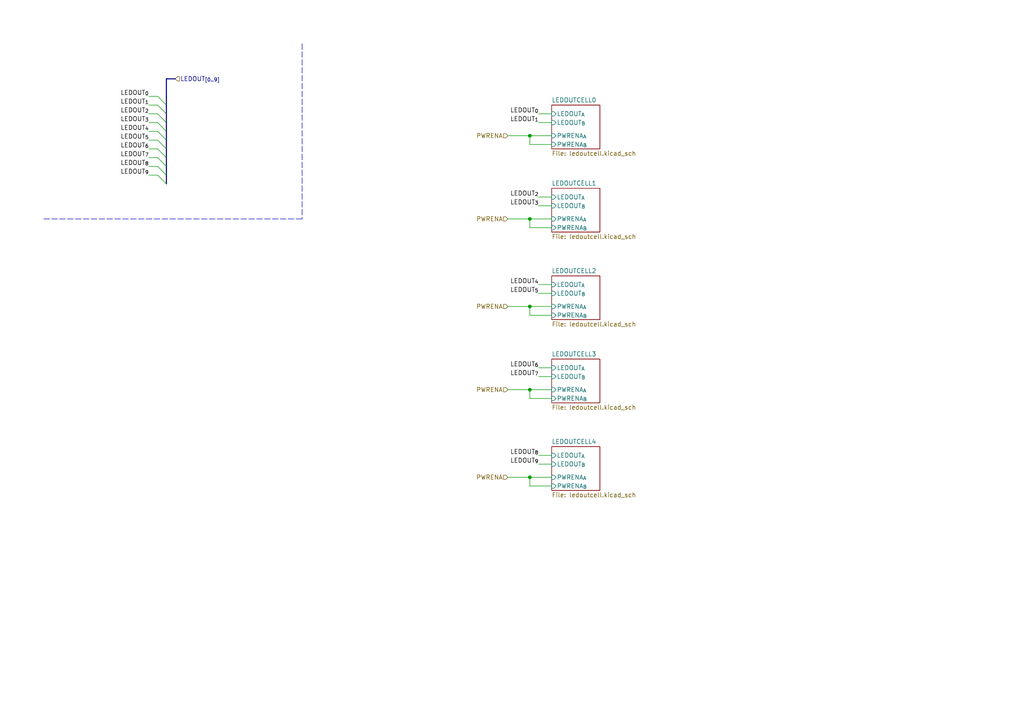
<source format=kicad_sch>
(kicad_sch (version 20211123) (generator eeschema)
  (paper "A4")
  (title_block (title "Led Wall Controller") (rev "1") (company "Skrooter Audio"))
  (lib_symbols)
  (junction (at 153.67 39.37))
  (junction (at 153.67 88.9))
  (junction (at 153.67 113.03))
  (junction (at 153.67 63.5))
  (junction (at 153.67 138.43))
  (bus_entry (at 45.72 48.26) (size 2.54 2.54))
  (bus_entry (at 45.72 43.18) (size 2.54 2.54))
  (bus_entry (at 45.72 45.72) (size 2.54 2.54))
  (bus_entry (at 45.72 35.56) (size 2.54 2.54))
  (bus_entry (at 45.72 27.94) (size 2.54 2.54))
  (bus_entry (at 45.72 30.48) (size 2.54 2.54))
  (bus_entry (at 45.72 33.02) (size 2.54 2.54))
  (bus_entry (at 45.72 50.8) (size 2.54 2.54))
  (bus_entry (at 45.72 40.64) (size 2.54 2.54))
  (bus_entry (at 45.72 38.1) (size 2.54 2.54))
  (wire (pts (xy 153.67 115.57) (xy 153.67 113.03)))
  (wire (pts (xy 43.18 38.1) (xy 45.72 38.1)))
  (bus (pts (xy 48.26 48.26) (xy 48.26 50.8)))
  (wire (pts (xy 156.21 82.55) (xy 160.02 82.55)))
  (wire (pts (xy 160.02 66.04) (xy 153.67 66.04)))
  (wire (pts (xy 153.67 91.44) (xy 153.67 88.9)))
  (wire (pts (xy 153.67 88.9) (xy 160.02 88.9)))
  (wire (pts (xy 153.67 138.43) (xy 160.02 138.43)))
  (wire (pts (xy 156.21 59.69) (xy 160.02 59.69)))
  (wire (pts (xy 43.18 35.56) (xy 45.72 35.56)))
  (wire (pts (xy 147.32 88.9) (xy 153.67 88.9)))
  (bus (pts (xy 48.26 30.48) (xy 48.26 33.02)))
  (wire (pts (xy 153.67 63.5) (xy 160.02 63.5)))
  (polyline (pts (xy 12.7 63.5) (xy 87.63 63.5)))
  (wire (pts (xy 43.18 27.94) (xy 45.72 27.94)))
  (wire (pts (xy 43.18 45.72) (xy 45.72 45.72)))
  (bus (pts (xy 48.26 35.56) (xy 48.26 38.1)))
  (bus (pts (xy 48.26 33.02) (xy 48.26 35.56)))
  (bus (pts (xy 48.26 40.64) (xy 48.26 43.18)))
  (polyline (pts (xy 87.63 12.7) (xy 87.63 63.5)))
  (wire (pts (xy 156.21 33.02) (xy 160.02 33.02)))
  (wire (pts (xy 43.18 50.8) (xy 45.72 50.8)))
  (wire (pts (xy 147.32 63.5) (xy 153.67 63.5)))
  (wire (pts (xy 156.21 106.68) (xy 160.02 106.68)))
  (wire (pts (xy 147.32 113.03) (xy 153.67 113.03)))
  (wire (pts (xy 153.67 66.04) (xy 153.67 63.5)))
  (bus (pts (xy 48.26 22.86) (xy 50.8 22.86)))
  (wire (pts (xy 156.21 35.56) (xy 160.02 35.56)))
  (wire (pts (xy 153.67 41.91) (xy 153.67 39.37)))
  (wire (pts (xy 160.02 115.57) (xy 153.67 115.57)))
  (wire (pts (xy 156.21 134.62) (xy 160.02 134.62)))
  (wire (pts (xy 153.67 113.03) (xy 160.02 113.03)))
  (wire (pts (xy 43.18 48.26) (xy 45.72 48.26)))
  (wire (pts (xy 43.18 43.18) (xy 45.72 43.18)))
  (wire (pts (xy 156.21 85.09) (xy 160.02 85.09)))
  (wire (pts (xy 160.02 41.91) (xy 153.67 41.91)))
  (wire (pts (xy 156.21 132.08) (xy 160.02 132.08)))
  (wire (pts (xy 160.02 140.97) (xy 153.67 140.97)))
  (wire (pts (xy 156.21 57.15) (xy 160.02 57.15)))
  (wire (pts (xy 147.32 138.43) (xy 153.67 138.43)))
  (wire (pts (xy 153.67 39.37) (xy 160.02 39.37)))
  (bus (pts (xy 48.26 22.86) (xy 48.26 30.48)))
  (wire (pts (xy 160.02 91.44) (xy 153.67 91.44)))
  (wire (pts (xy 43.18 30.48) (xy 45.72 30.48)))
  (bus (pts (xy 48.26 43.18) (xy 48.26 45.72)))
  (wire (pts (xy 43.18 40.64) (xy 45.72 40.64)))
  (wire (pts (xy 153.67 140.97) (xy 153.67 138.43)))
  (bus (pts (xy 48.26 38.1) (xy 48.26 40.64)))
  (wire (pts (xy 156.21 109.22) (xy 160.02 109.22)))
  (bus (pts (xy 48.26 50.8) (xy 48.26 53.34)))
  (wire (pts (xy 147.32 39.37) (xy 153.67 39.37)))
  (wire (pts (xy 43.18 33.02) (xy 45.72 33.02)))
  (bus (pts (xy 48.26 45.72) (xy 48.26 48.26)))
  (label "LEDOUT_{8}" (at 156.21 132.08 180))
  (label "LEDOUT_{1}" (at 156.21 35.56 180))
  (label "LEDOUT_{5}" (at 156.21 85.09 180))
  (label "LEDOUT_{6}" (at 43.18 43.18 180))
  (label "LEDOUT_{9}" (at 43.18 50.8 180))
  (label "LEDOUT_{7}" (at 43.18 45.72 180))
  (label "LEDOUT_{2}" (at 43.18 33.02 180))
  (label "LEDOUT_{4}" (at 156.21 82.55 180))
  (label "LEDOUT_{7}" (at 156.21 109.22 180))
  (label "LEDOUT_{8}" (at 43.18 48.26 180))
  (label "LEDOUT_{1}" (at 43.18 30.48 180))
  (label "LEDOUT_{0}" (at 43.18 27.94 180))
  (label "LEDOUT_{9}" (at 156.21 134.62 180))
  (label "LEDOUT_{3}" (at 156.21 59.69 180))
  (label "LEDOUT_{2}" (at 156.21 57.15 180))
  (label "LEDOUT_{5}" (at 43.18 40.64 180))
  (label "LEDOUT_{0}" (at 156.21 33.02 180))
  (label "LEDOUT_{6}" (at 156.21 106.68 180))
  (label "LEDOUT_{3}" (at 43.18 35.56 180))
  (label "LEDOUT_{4}" (at 43.18 38.1 180))
  (hierarchical_label "PWRENA" (shape input) (at 147.32 113.03 180))
  (hierarchical_label "PWRENA" (shape input) (at 147.32 138.43 180))
  (hierarchical_label "LEDOUT_{[0..9]}" (shape input) (at 50.8 22.86 0))
  (hierarchical_label "PWRENA" (shape input) (at 147.32 39.37 180))
  (hierarchical_label "PWRENA" (shape input) (at 147.32 88.9 180))
  (hierarchical_label "PWRENA" (shape input) (at 147.32 63.5 180))
  (sheet (at 160.02 30.48) (size 13.97 12.7) (stroke (width 0.1524))
    (property "Sheet name" "LEDOUTCELL0" (at 160.02 29.7684 0) (effects (justify left bottom)))
    (property "Sheet file" "ledoutcell.kicad_sch" (at 160.02 43.7646 0) (effects (justify left top)))
    (pin "LEDOUT_{A}" input (at 160.02 33.02 180))
    (pin "PWRENA_{A}" input (at 160.02 39.37 180))
    (pin "LEDOUT_{B}" input (at 160.02 35.56 180))
    (pin "PWRENA_{B}" input (at 160.02 41.91 180))
  )
  (sheet (at 160.02 80.01) (size 13.97 12.7) (stroke (width 0.1524))
    (property "Sheet name" "LEDOUTCELL2" (at 160.02 79.2984 0) (effects (justify left bottom)))
    (property "Sheet file" "ledoutcell.kicad_sch" (at 160.02 93.2946 0) (effects (justify left top)))
    (pin "LEDOUT_{A}" input (at 160.02 82.55 180))
    (pin "PWRENA_{A}" input (at 160.02 88.9 180))
    (pin "LEDOUT_{B}" input (at 160.02 85.09 180))
    (pin "PWRENA_{B}" input (at 160.02 91.44 180))
  )
  (sheet (at 160.02 54.61) (size 13.97 12.7) (stroke (width 0.1524))
    (property "Sheet name" "LEDOUTCELL1" (at 160.02 53.8984 0) (effects (justify left bottom)))
    (property "Sheet file" "ledoutcell.kicad_sch" (at 160.02 67.8946 0) (effects (justify left top)))
    (pin "LEDOUT_{A}" input (at 160.02 57.15 180))
    (pin "PWRENA_{A}" input (at 160.02 63.5 180))
    (pin "LEDOUT_{B}" input (at 160.02 59.69 180))
    (pin "PWRENA_{B}" input (at 160.02 66.04 180))
  )
  (sheet (at 160.02 129.54) (size 13.97 12.7) (stroke (width 0.1524))
    (property "Sheet name" "LEDOUTCELL4" (at 160.02 128.8284 0) (effects (justify left bottom)))
    (property "Sheet file" "ledoutcell.kicad_sch" (at 160.02 142.8246 0) (effects (justify left top)))
    (pin "LEDOUT_{A}" input (at 160.02 132.08 180))
    (pin "PWRENA_{A}" input (at 160.02 138.43 180))
    (pin "LEDOUT_{B}" input (at 160.02 134.62 180))
    (pin "PWRENA_{B}" input (at 160.02 140.97 180))
  )
  (sheet (at 160.02 104.14) (size 13.97 12.7) (stroke (width 0.1524))
    (property "Sheet name" "LEDOUTCELL3" (at 160.02 103.4284 0) (effects (justify left bottom)))
    (property "Sheet file" "ledoutcell.kicad_sch" (at 160.02 117.4246 0) (effects (justify left top)))
    (pin "LEDOUT_{A}" input (at 160.02 106.68 180))
    (pin "PWRENA_{A}" input (at 160.02 113.03 180))
    (pin "LEDOUT_{B}" input (at 160.02 109.22 180))
    (pin "PWRENA_{B}" input (at 160.02 115.57 180))
  )
)
</source>
